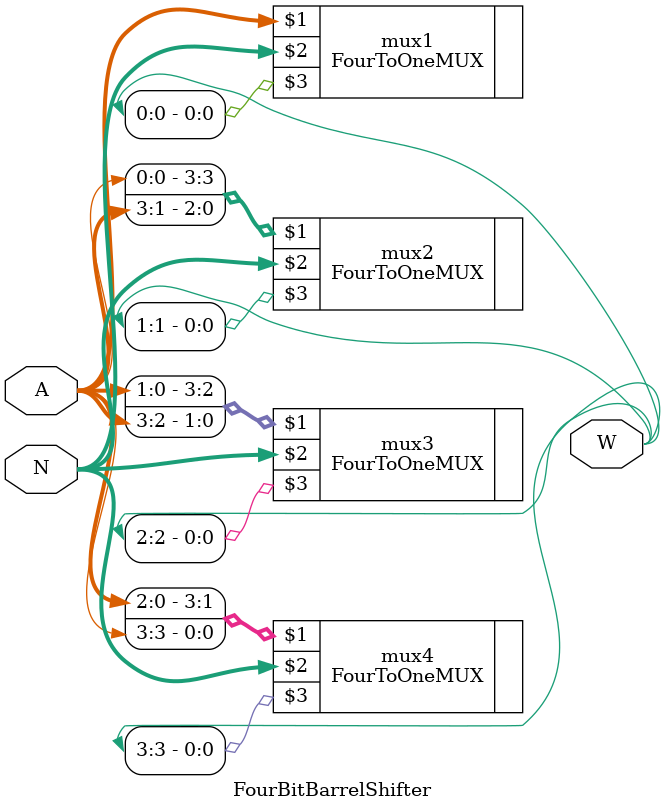
<source format=v>
`include "FourToOneMUX.v"
`timescale 1ns/1ns

module FourBitBarrelShifter(input [3:0]A, input [1:0]N, output [3:0]W);
    FourToOneMUX mux1(A, N, W[0]);
    FourToOneMUX mux2({A[0], A[3], A[2], A[1]}, N, W[1]);
    FourToOneMUX mux3({A[1], A[0], A[3], A[2]}, N, W[2]);
    FourToOneMUX mux4({A[2], A[1], A[0], A[3]}, N, W[3]);
endmodule

</source>
